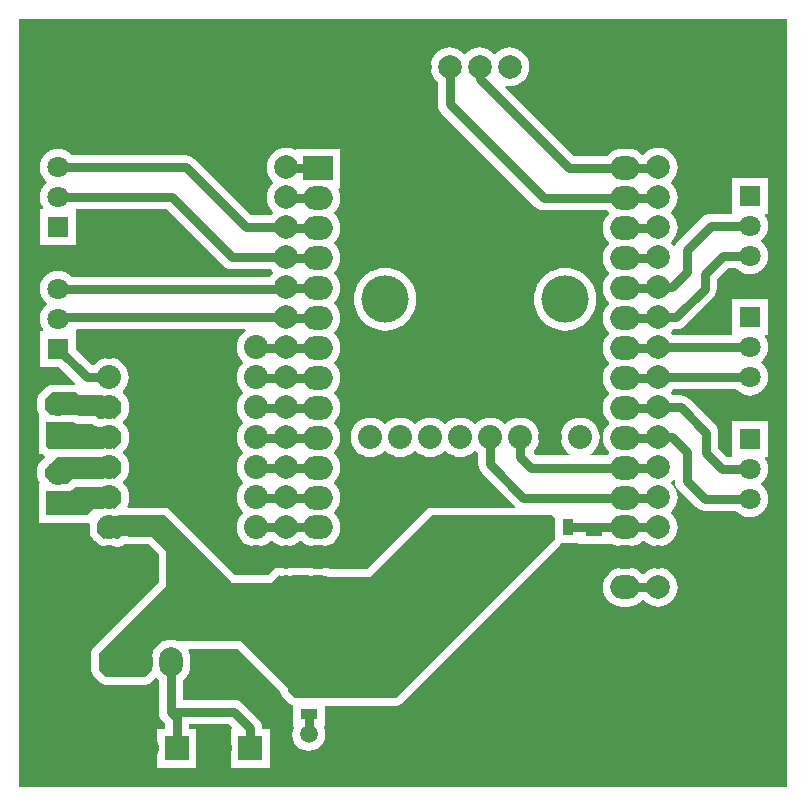
<source format=gbl>
G04*
G04 #@! TF.GenerationSoftware,Altium Limited,Altium Designer,18.1.1 (9)*
G04*
G04 Layer_Physical_Order=2*
G04 Layer_Color=16711680*
%FSLAX44Y44*%
%MOMM*%
G71*
G01*
G75*
%ADD29C,0.7620*%
%ADD30C,2.0320*%
%ADD31C,1.2000*%
%ADD32C,2.0000*%
%ADD33O,2.5000X2.0000*%
%ADD34R,2.5000X2.0000*%
%ADD35O,2.0000X2.5000*%
%ADD36C,1.5000*%
%ADD37C,1.8000*%
%ADD38R,1.8000X1.8000*%
%ADD39R,2.0320X2.0320*%
%ADD40R,2.0320X2.0320*%
%ADD41C,4.0000*%
%ADD42R,1.4500X0.9000*%
%ADD43R,0.9000X1.4500*%
G36*
X650240Y0D02*
X0D01*
Y650240D01*
X650240D01*
Y0D01*
D02*
G37*
%LPC*%
G36*
X415290Y626029D02*
X412085Y625714D01*
X409003Y624779D01*
X406162Y623260D01*
X403673Y621217D01*
X403225Y620672D01*
X401955D01*
X401507Y621217D01*
X399017Y623260D01*
X396177Y624779D01*
X393095Y625714D01*
X389890Y626029D01*
X386685Y625714D01*
X383603Y624779D01*
X380762Y623260D01*
X378273Y621217D01*
X377825Y620672D01*
X376555D01*
X376107Y621217D01*
X373618Y623260D01*
X370777Y624779D01*
X367695Y625714D01*
X364490Y626029D01*
X361285Y625714D01*
X358203Y624779D01*
X355363Y623260D01*
X352873Y621217D01*
X350830Y618727D01*
X349311Y615887D01*
X348377Y612805D01*
X348061Y609600D01*
X348377Y606395D01*
X349311Y603313D01*
X350830Y600472D01*
X352873Y597983D01*
X354242Y596859D01*
Y577850D01*
X354242Y577850D01*
X354591Y575198D01*
X355615Y572726D01*
X357244Y570604D01*
X436764Y491084D01*
X438886Y489455D01*
X441358Y488432D01*
X444010Y488082D01*
X444010Y488082D01*
X497839D01*
X498963Y486713D01*
X499472Y486295D01*
Y485025D01*
X498963Y484607D01*
X496920Y482118D01*
X495401Y479277D01*
X494467Y476195D01*
X494151Y472990D01*
X494467Y469785D01*
X495401Y466703D01*
X496920Y463862D01*
X498963Y461373D01*
X499472Y460955D01*
Y459685D01*
X498963Y459267D01*
X496920Y456778D01*
X495401Y453937D01*
X494467Y450855D01*
X494151Y447650D01*
X494467Y444445D01*
X495401Y441363D01*
X496920Y438522D01*
X498963Y436033D01*
X499472Y435615D01*
Y434345D01*
X498963Y433927D01*
X496920Y431438D01*
X495401Y428597D01*
X494467Y425515D01*
X494151Y422310D01*
X494467Y419105D01*
X495401Y416023D01*
X496920Y413182D01*
X498963Y410693D01*
X499472Y410275D01*
Y409005D01*
X498963Y408587D01*
X496920Y406098D01*
X495401Y403257D01*
X494467Y400175D01*
X494151Y396970D01*
X494467Y393765D01*
X495401Y390683D01*
X496920Y387842D01*
X498963Y385353D01*
X499472Y384935D01*
Y383665D01*
X498963Y383247D01*
X496920Y380758D01*
X495401Y377917D01*
X494467Y374835D01*
X494151Y371630D01*
X494467Y368425D01*
X495401Y365343D01*
X496920Y362503D01*
X498963Y360013D01*
X499472Y359595D01*
Y358325D01*
X498963Y357907D01*
X496920Y355418D01*
X495401Y352577D01*
X494467Y349495D01*
X494151Y346290D01*
X494467Y343085D01*
X495401Y340003D01*
X496920Y337163D01*
X498963Y334673D01*
X499472Y334255D01*
Y332985D01*
X498963Y332567D01*
X496920Y330078D01*
X495401Y327237D01*
X494467Y324155D01*
X494151Y320950D01*
X494467Y317745D01*
X495401Y314663D01*
X496920Y311822D01*
X498963Y309333D01*
X499472Y308915D01*
Y307645D01*
X498963Y307227D01*
X496920Y304738D01*
X495401Y301897D01*
X494467Y298815D01*
X494151Y295610D01*
X494467Y292405D01*
X495401Y289323D01*
X496920Y286483D01*
X498963Y283993D01*
X499472Y283575D01*
Y282305D01*
X498963Y281887D01*
X497839Y280518D01*
X483901D01*
X483583Y281788D01*
X484197Y282116D01*
X486711Y284179D01*
X488774Y286693D01*
X490307Y289561D01*
X491251Y292673D01*
X491570Y295910D01*
X491251Y299146D01*
X490307Y302259D01*
X488774Y305127D01*
X486711Y307641D01*
X484197Y309704D01*
X481329Y311237D01*
X478217Y312181D01*
X474980Y312500D01*
X471744Y312181D01*
X468631Y311237D01*
X465763Y309704D01*
X463249Y307641D01*
X461186Y305127D01*
X459653Y302259D01*
X458709Y299146D01*
X458390Y295910D01*
X458709Y292673D01*
X459653Y289561D01*
X461186Y286693D01*
X463249Y284179D01*
X465763Y282116D01*
X466377Y281788D01*
X466059Y280518D01*
X437555D01*
X435471Y282601D01*
X435534Y283870D01*
X435911Y284179D01*
X437974Y286693D01*
X439507Y289561D01*
X440451Y292673D01*
X440770Y295910D01*
X440451Y299146D01*
X439507Y302259D01*
X437974Y305127D01*
X435911Y307641D01*
X433397Y309704D01*
X430529Y311237D01*
X427416Y312181D01*
X424180Y312500D01*
X420943Y312181D01*
X417831Y311237D01*
X414963Y309704D01*
X412449Y307641D01*
X412115Y307234D01*
X410845D01*
X410511Y307641D01*
X407997Y309704D01*
X405129Y311237D01*
X402016Y312181D01*
X398780Y312500D01*
X395544Y312181D01*
X392431Y311237D01*
X389563Y309704D01*
X387049Y307641D01*
X386715Y307234D01*
X385445D01*
X385111Y307641D01*
X382597Y309704D01*
X379729Y311237D01*
X376617Y312181D01*
X373380Y312500D01*
X370144Y312181D01*
X367031Y311237D01*
X364163Y309704D01*
X361649Y307641D01*
X361315Y307234D01*
X360045D01*
X359711Y307641D01*
X357197Y309704D01*
X354329Y311237D01*
X351217Y312181D01*
X347980Y312500D01*
X344743Y312181D01*
X341631Y311237D01*
X338763Y309704D01*
X336249Y307641D01*
X335915Y307234D01*
X334645D01*
X334311Y307641D01*
X331797Y309704D01*
X328929Y311237D01*
X325816Y312181D01*
X322580Y312500D01*
X319343Y312181D01*
X316231Y311237D01*
X313363Y309704D01*
X310849Y307641D01*
X310515Y307234D01*
X309245D01*
X308911Y307641D01*
X306397Y309704D01*
X303529Y311237D01*
X300417Y312181D01*
X297180Y312500D01*
X293944Y312181D01*
X290831Y311237D01*
X287963Y309704D01*
X285449Y307641D01*
X283386Y305127D01*
X281853Y302259D01*
X280909Y299146D01*
X280590Y295910D01*
X280909Y292673D01*
X281853Y289561D01*
X283386Y286693D01*
X285449Y284179D01*
X287963Y282116D01*
X290831Y280583D01*
X293944Y279639D01*
X297180Y279320D01*
X300417Y279639D01*
X303529Y280583D01*
X306397Y282116D01*
X308911Y284179D01*
X309245Y284586D01*
X310515D01*
X310849Y284179D01*
X313363Y282116D01*
X316231Y280583D01*
X319343Y279639D01*
X322580Y279320D01*
X325816Y279639D01*
X328929Y280583D01*
X331797Y282116D01*
X334311Y284179D01*
X334645Y284586D01*
X335915D01*
X336249Y284179D01*
X338763Y282116D01*
X341631Y280583D01*
X344743Y279639D01*
X347980Y279320D01*
X351217Y279639D01*
X354329Y280583D01*
X357197Y282116D01*
X359711Y284179D01*
X360045Y284586D01*
X361315D01*
X361649Y284179D01*
X364163Y282116D01*
X367031Y280583D01*
X370144Y279639D01*
X373380Y279320D01*
X376617Y279639D01*
X379729Y280583D01*
X382597Y282116D01*
X385111Y284179D01*
X385445Y284586D01*
X386715D01*
X387049Y284179D01*
X388532Y282962D01*
Y273050D01*
X388532Y273050D01*
X388881Y270398D01*
X389905Y267926D01*
X391534Y265804D01*
X419654Y237684D01*
X419832Y237547D01*
X419424Y236344D01*
X349250D01*
X346772Y235852D01*
X344672Y234448D01*
X294498Y184274D01*
X263941D01*
X263754Y184428D01*
X263447Y184521D01*
X263180Y184700D01*
X262247Y184885D01*
X261337Y185161D01*
X261017Y185130D01*
X260702Y185192D01*
X259769Y185007D01*
X259068Y184938D01*
X258785Y185023D01*
X255580Y185339D01*
X250580D01*
X247375Y185023D01*
X247175Y184963D01*
X246177Y185266D01*
X245231Y185359D01*
X244298Y185544D01*
X232145D01*
X231212Y185359D01*
X230265Y185266D01*
X229366Y184993D01*
X229265Y185023D01*
X226060Y185339D01*
X222855Y185023D01*
X222754Y184993D01*
X221855Y185266D01*
X220908Y185359D01*
X219975Y185544D01*
X219710D01*
X219483Y185499D01*
X219341Y185513D01*
X218936Y185390D01*
X217232Y185052D01*
X215132Y183648D01*
X210678Y179194D01*
X183022D01*
X127768Y234448D01*
X125668Y235852D01*
X123190Y236344D01*
X92213D01*
X91535Y237614D01*
X92342Y238822D01*
X92834Y241300D01*
Y248920D01*
X92342Y251398D01*
X90938Y253498D01*
X89191Y255245D01*
X87931Y256781D01*
X87524Y257115D01*
Y258385D01*
X87931Y258719D01*
X89741Y260924D01*
X90938Y262122D01*
X92342Y264222D01*
X92834Y266700D01*
Y274320D01*
X92342Y276798D01*
X90938Y278898D01*
X89191Y280645D01*
X87931Y282181D01*
X87524Y282515D01*
Y283785D01*
X87931Y284119D01*
X89741Y286324D01*
X90938Y287522D01*
X92342Y289622D01*
X92834Y292100D01*
Y299720D01*
X92342Y302198D01*
X90938Y304298D01*
X89191Y306045D01*
X87931Y307581D01*
X87524Y307915D01*
Y309185D01*
X87931Y309519D01*
X89741Y311724D01*
X90938Y312922D01*
X92342Y315022D01*
X92834Y317500D01*
Y325120D01*
X92342Y327598D01*
X90938Y329698D01*
X89191Y331445D01*
X87931Y332981D01*
X87524Y333315D01*
Y334585D01*
X87931Y334919D01*
X89994Y337433D01*
X91527Y340301D01*
X92471Y343414D01*
X92790Y346650D01*
X92471Y349887D01*
X91527Y352999D01*
X89994Y355867D01*
X87931Y358381D01*
X85417Y360444D01*
X82549Y361977D01*
X79436Y362921D01*
X76200Y363240D01*
X72964Y362921D01*
X69851Y361977D01*
X66983Y360444D01*
X64469Y358381D01*
X63252Y356898D01*
X61455D01*
X48370Y369982D01*
Y386190D01*
X48847Y387262D01*
X191483D01*
X191792Y386030D01*
X191443Y385844D01*
X188929Y383781D01*
X186866Y381267D01*
X185333Y378399D01*
X184389Y375286D01*
X184070Y372050D01*
X184389Y368814D01*
X185333Y365701D01*
X186866Y362833D01*
X188929Y360319D01*
X189336Y359985D01*
Y358715D01*
X188929Y358381D01*
X186866Y355867D01*
X185333Y352999D01*
X184389Y349887D01*
X184070Y346650D01*
X184389Y343414D01*
X185333Y340301D01*
X186866Y337433D01*
X188929Y334919D01*
X189336Y334585D01*
Y333315D01*
X188929Y332981D01*
X186866Y330467D01*
X185333Y327599D01*
X184389Y324487D01*
X184070Y321250D01*
X184389Y318013D01*
X185333Y314901D01*
X186866Y312033D01*
X188929Y309519D01*
X189336Y309185D01*
Y307915D01*
X188929Y307581D01*
X186866Y305067D01*
X185333Y302199D01*
X184389Y299086D01*
X184070Y295850D01*
X184389Y292614D01*
X185333Y289501D01*
X186866Y286633D01*
X188929Y284119D01*
X189336Y283785D01*
Y282515D01*
X188929Y282181D01*
X186866Y279667D01*
X185333Y276799D01*
X184389Y273687D01*
X184070Y270450D01*
X184389Y267213D01*
X185333Y264101D01*
X186866Y261233D01*
X188929Y258719D01*
X189336Y258385D01*
Y257115D01*
X188929Y256781D01*
X186866Y254267D01*
X185333Y251399D01*
X184389Y248286D01*
X184070Y245050D01*
X184389Y241814D01*
X185333Y238701D01*
X186866Y235833D01*
X188929Y233319D01*
X189336Y232985D01*
Y231715D01*
X188929Y231381D01*
X186866Y228867D01*
X185333Y225999D01*
X184389Y222887D01*
X184070Y219650D01*
X184389Y216413D01*
X185333Y213301D01*
X186866Y210433D01*
X188929Y207919D01*
X191443Y205856D01*
X194311Y204323D01*
X197423Y203379D01*
X200660Y203060D01*
X203897Y203379D01*
X207009Y204323D01*
X209877Y205856D01*
X212391Y207919D01*
X212853Y208482D01*
X214123D01*
X214443Y208093D01*
X216933Y206050D01*
X219773Y204531D01*
X222855Y203596D01*
X226060Y203281D01*
X229265Y203596D01*
X232347Y204531D01*
X235187Y206050D01*
X237677Y208093D01*
X238382D01*
X239118Y207846D01*
X241453Y205930D01*
X244293Y204412D01*
X247375Y203477D01*
X250580Y203161D01*
X255580D01*
X258785Y203477D01*
X261867Y204412D01*
X264708Y205930D01*
X267197Y207973D01*
X269240Y210462D01*
X270758Y213303D01*
X271693Y216385D01*
X272009Y219590D01*
X271693Y222795D01*
X270758Y225877D01*
X269240Y228718D01*
X267197Y231207D01*
X266688Y231625D01*
Y232895D01*
X267197Y233313D01*
X269240Y235802D01*
X270758Y238643D01*
X271693Y241725D01*
X272009Y244930D01*
X271693Y248135D01*
X270758Y251217D01*
X269240Y254058D01*
X267197Y256547D01*
X266688Y256965D01*
Y258235D01*
X267197Y258653D01*
X269240Y261143D01*
X270758Y263983D01*
X271693Y267065D01*
X272009Y270270D01*
X271693Y273475D01*
X270758Y276557D01*
X269240Y279398D01*
X267197Y281887D01*
X266688Y282305D01*
Y283575D01*
X267197Y283993D01*
X269240Y286483D01*
X270758Y289323D01*
X271693Y292405D01*
X272009Y295610D01*
X271693Y298815D01*
X270758Y301897D01*
X269240Y304738D01*
X267197Y307227D01*
X266688Y307645D01*
Y308915D01*
X267197Y309333D01*
X269240Y311822D01*
X270758Y314663D01*
X271693Y317745D01*
X272009Y320950D01*
X271693Y324155D01*
X270758Y327237D01*
X269240Y330078D01*
X267197Y332567D01*
X266688Y332985D01*
Y334255D01*
X267197Y334673D01*
X269240Y337163D01*
X270758Y340003D01*
X271693Y343085D01*
X272009Y346290D01*
X271693Y349495D01*
X270758Y352577D01*
X269240Y355418D01*
X267197Y357907D01*
X266688Y358325D01*
Y359595D01*
X267197Y360013D01*
X269240Y362503D01*
X270758Y365343D01*
X271693Y368425D01*
X272009Y371630D01*
X271693Y374835D01*
X270758Y377917D01*
X269240Y380758D01*
X267197Y383247D01*
X266688Y383665D01*
Y384935D01*
X267197Y385353D01*
X269240Y387842D01*
X270758Y390683D01*
X271693Y393765D01*
X272009Y396970D01*
X271693Y400175D01*
X270758Y403257D01*
X269240Y406098D01*
X267197Y408587D01*
X266688Y409005D01*
Y410275D01*
X267197Y410693D01*
X269240Y413182D01*
X270758Y416023D01*
X271693Y419105D01*
X272009Y422310D01*
X271693Y425515D01*
X270758Y428597D01*
X269240Y431438D01*
X267197Y433927D01*
X266688Y434345D01*
Y435615D01*
X267197Y436033D01*
X269240Y438522D01*
X270758Y441363D01*
X271693Y444445D01*
X272009Y447650D01*
X271693Y450855D01*
X270758Y453937D01*
X269240Y456778D01*
X267197Y459267D01*
X266688Y459685D01*
Y460955D01*
X267197Y461373D01*
X269240Y463862D01*
X270758Y466703D01*
X271693Y469785D01*
X272009Y472990D01*
X271693Y476195D01*
X270758Y479277D01*
X269240Y482118D01*
X267197Y484607D01*
X266688Y485025D01*
Y486295D01*
X267197Y486713D01*
X269240Y489202D01*
X270758Y492043D01*
X271693Y495125D01*
X272009Y498330D01*
X271693Y501535D01*
X270758Y504617D01*
X269896Y506231D01*
X270549Y507320D01*
X271930D01*
Y540020D01*
X234230D01*
Y539917D01*
X233141Y539264D01*
X232347Y539688D01*
X229265Y540624D01*
X226060Y540939D01*
X222855Y540624D01*
X219773Y539688D01*
X216933Y538170D01*
X214443Y536127D01*
X212400Y533638D01*
X210882Y530797D01*
X209946Y527715D01*
X209631Y524510D01*
X209946Y521305D01*
X210882Y518223D01*
X212400Y515382D01*
X214443Y512893D01*
X214988Y512445D01*
Y511175D01*
X214443Y510727D01*
X212400Y508237D01*
X210882Y505397D01*
X209946Y502315D01*
X209631Y499110D01*
X209946Y495905D01*
X210882Y492823D01*
X212400Y489982D01*
X214443Y487493D01*
X214988Y487045D01*
Y485775D01*
X214443Y485327D01*
X213319Y483958D01*
X196015D01*
X148216Y531756D01*
X146094Y533385D01*
X143622Y534408D01*
X140970Y534758D01*
X140970Y534758D01*
X44467D01*
X43927Y535417D01*
X41589Y537335D01*
X38923Y538760D01*
X36029Y539638D01*
X33020Y539934D01*
X30011Y539638D01*
X27117Y538760D01*
X24451Y537335D01*
X22113Y535417D01*
X20195Y533079D01*
X18770Y530413D01*
X17892Y527519D01*
X17596Y524510D01*
X17892Y521501D01*
X18770Y518607D01*
X20195Y515941D01*
X22113Y513603D01*
X23525Y512445D01*
Y511175D01*
X22113Y510017D01*
X20195Y507679D01*
X18770Y505013D01*
X17892Y502119D01*
X17596Y499110D01*
X17892Y496101D01*
X18770Y493207D01*
X20195Y490541D01*
X20468Y490208D01*
X19925Y489060D01*
X17670D01*
Y458360D01*
X48370D01*
Y488862D01*
X125104D01*
X172903Y441064D01*
X175025Y439435D01*
X177496Y438411D01*
X180149Y438062D01*
X213319D01*
X214443Y436693D01*
X214988Y436245D01*
Y434975D01*
X214443Y434527D01*
X212400Y432038D01*
X212320Y431888D01*
X44467D01*
X43927Y432547D01*
X41589Y434465D01*
X38923Y435890D01*
X36029Y436768D01*
X33020Y437064D01*
X30011Y436768D01*
X27117Y435890D01*
X24451Y434465D01*
X22113Y432547D01*
X20195Y430209D01*
X18770Y427543D01*
X17892Y424649D01*
X17596Y421640D01*
X17892Y418631D01*
X18770Y415737D01*
X20195Y413071D01*
X22113Y410733D01*
X23525Y409575D01*
Y408305D01*
X22113Y407147D01*
X20195Y404809D01*
X18770Y402143D01*
X17892Y399249D01*
X17596Y396240D01*
X17892Y393231D01*
X18770Y390337D01*
X20195Y387671D01*
X20468Y387338D01*
X19925Y386190D01*
X17670D01*
Y355490D01*
X33878D01*
X47613Y341754D01*
X47087Y340484D01*
X27940Y340484D01*
X25462Y339992D01*
X23362Y338588D01*
X17012Y332238D01*
X15608Y330138D01*
X15116Y327660D01*
Y320040D01*
X15608Y317562D01*
X16501Y316226D01*
X16510Y314960D01*
X16510Y314960D01*
X16510Y314960D01*
Y309235D01*
X16386Y308610D01*
Y288290D01*
X16510Y287665D01*
Y281940D01*
X20054D01*
X20822Y281172D01*
X21870Y280472D01*
X22031Y278837D01*
X17012Y273818D01*
X15608Y271718D01*
X15116Y269240D01*
Y262890D01*
X15608Y260412D01*
X17012Y258312D01*
X17610Y257713D01*
X17125Y256540D01*
X16510D01*
Y250815D01*
X16386Y250190D01*
Y229870D01*
X16510Y229245D01*
Y223520D01*
X22235D01*
X22860Y223396D01*
X57150D01*
X58342Y223633D01*
X59566Y222581D01*
Y215900D01*
X60058Y213422D01*
X61462Y211322D01*
X62659Y210124D01*
X64469Y207919D01*
X66674Y206109D01*
X67200Y205583D01*
X67991Y205055D01*
X68726Y204452D01*
X69034Y204359D01*
X69301Y204180D01*
X70234Y203995D01*
X71144Y203718D01*
X71463Y203750D01*
X71778Y203687D01*
X71880Y203708D01*
X72964Y203379D01*
X76200Y203060D01*
X79436Y203379D01*
X80057Y203567D01*
X80669Y203381D01*
X81247Y203325D01*
X81964Y203107D01*
X82284Y203138D01*
X82599Y203076D01*
X83820D01*
X86298Y203568D01*
X88398Y204972D01*
X88576Y205150D01*
X109544D01*
X117986Y196708D01*
X117986Y172862D01*
X62732Y117608D01*
X61328Y115507D01*
X60835Y113030D01*
X60836Y99060D01*
X61328Y96582D01*
X62732Y94482D01*
X65541Y91673D01*
X65853Y91293D01*
X66233Y90981D01*
X69082Y88132D01*
X71182Y86728D01*
X73660Y86236D01*
X106680D01*
X109158Y86728D01*
X111258Y88132D01*
X114107Y90981D01*
X114487Y91293D01*
X114748Y91611D01*
X115039Y91848D01*
X116246Y91789D01*
X116653Y91293D01*
X118022Y90169D01*
Y63500D01*
X118022Y63500D01*
X118371Y60848D01*
X119395Y58376D01*
X121024Y56254D01*
X123102Y54175D01*
Y48970D01*
X116840D01*
Y15950D01*
X149860D01*
Y48970D01*
X143598D01*
Y53252D01*
X177365D01*
X180474Y50143D01*
X179988Y48970D01*
X179070D01*
Y15950D01*
X212090D01*
Y48970D01*
X205828D01*
Y49530D01*
X205478Y52182D01*
X204455Y54654D01*
X202826Y56776D01*
X202826Y56776D01*
X188856Y70746D01*
X186734Y72375D01*
X184262Y73398D01*
X181610Y73748D01*
X181610Y73748D01*
X138518D01*
Y90169D01*
X139887Y91293D01*
X141930Y93783D01*
X143448Y96623D01*
X144383Y99705D01*
X144699Y102910D01*
Y107910D01*
X144383Y111115D01*
X143448Y114197D01*
X142685Y115626D01*
X143338Y116716D01*
X185278D01*
X220891Y81103D01*
X221348Y78802D01*
X222752Y76702D01*
X229102Y70352D01*
X231202Y68948D01*
X231510Y68887D01*
Y51160D01*
X231755D01*
X232461Y50104D01*
X231616Y48066D01*
X231140Y44450D01*
X231616Y40834D01*
X233012Y37465D01*
X235232Y34572D01*
X238125Y32352D01*
X241494Y30956D01*
X245110Y30480D01*
X248726Y30956D01*
X252095Y32352D01*
X254988Y34572D01*
X257208Y37465D01*
X258603Y40834D01*
X259079Y44450D01*
X258603Y48066D01*
X257759Y50104D01*
X258465Y51160D01*
X258710D01*
Y68456D01*
X318770D01*
X321248Y68948D01*
X323348Y70352D01*
X457968Y204972D01*
X458648Y205990D01*
X472860D01*
Y205668D01*
X500060D01*
Y205668D01*
X501146Y206182D01*
X501452Y205930D01*
X504293Y204412D01*
X507375Y203477D01*
X510580Y203161D01*
X515580D01*
X518785Y203477D01*
X521867Y204412D01*
X524707Y205930D01*
X527197Y207973D01*
X527528Y208376D01*
X529171D01*
X529403Y208093D01*
X531893Y206050D01*
X534733Y204531D01*
X537815Y203596D01*
X541020Y203281D01*
X544225Y203596D01*
X547307Y204531D01*
X550148Y206050D01*
X552637Y208093D01*
X554680Y210583D01*
X556199Y213423D01*
X557133Y216505D01*
X557449Y219710D01*
X557133Y222915D01*
X556199Y225997D01*
X554680Y228838D01*
X552637Y231327D01*
X552091Y231775D01*
Y233045D01*
X552637Y233493D01*
X554680Y235982D01*
X556199Y238823D01*
X557133Y241905D01*
X557449Y245110D01*
X557133Y248315D01*
X556199Y251397D01*
X554680Y254237D01*
X552637Y256727D01*
X552091Y257175D01*
Y258445D01*
X552637Y258893D01*
X553632Y260105D01*
X554902Y259651D01*
Y259080D01*
X554902Y259080D01*
X555252Y256428D01*
X556275Y253956D01*
X557904Y251834D01*
X573144Y236594D01*
X575266Y234965D01*
X577738Y233941D01*
X580390Y233592D01*
X607043D01*
X607583Y232933D01*
X609921Y231015D01*
X612587Y229590D01*
X615481Y228712D01*
X618490Y228416D01*
X621499Y228712D01*
X624393Y229590D01*
X627059Y231015D01*
X629397Y232933D01*
X631315Y235271D01*
X632740Y237937D01*
X633618Y240831D01*
X633914Y243840D01*
X633618Y246849D01*
X632740Y249743D01*
X631315Y252409D01*
X629397Y254747D01*
X627985Y255905D01*
Y257175D01*
X629397Y258333D01*
X631315Y260671D01*
X632740Y263337D01*
X633618Y266231D01*
X633914Y269240D01*
X633618Y272249D01*
X632740Y275143D01*
X631315Y277809D01*
X631042Y278142D01*
X631585Y279290D01*
X633840D01*
Y309990D01*
X603140D01*
Y279488D01*
X599635D01*
X591908Y287215D01*
Y299720D01*
X591908Y299720D01*
X591558Y302372D01*
X590535Y304844D01*
X588906Y306966D01*
X588906Y306966D01*
X567316Y328556D01*
X565194Y330185D01*
X562722Y331208D01*
X560070Y331558D01*
X560070Y331558D01*
X553761D01*
X552637Y332927D01*
X552091Y333375D01*
Y334645D01*
X552637Y335093D01*
X553761Y336462D01*
X607043D01*
X607583Y335803D01*
X609921Y333885D01*
X612587Y332460D01*
X615481Y331582D01*
X618490Y331286D01*
X621499Y331582D01*
X624393Y332460D01*
X627059Y333885D01*
X629397Y335803D01*
X631315Y338141D01*
X632740Y340807D01*
X633618Y343701D01*
X633914Y346710D01*
X633618Y349719D01*
X632740Y352613D01*
X631315Y355279D01*
X629397Y357617D01*
X627985Y358775D01*
Y360045D01*
X629397Y361203D01*
X631315Y363541D01*
X632740Y366207D01*
X633618Y369101D01*
X633914Y372110D01*
X633618Y375119D01*
X632740Y378013D01*
X631315Y380679D01*
X631042Y381012D01*
X631585Y382160D01*
X633840D01*
Y412860D01*
X603140D01*
Y382358D01*
X553761D01*
X552637Y383727D01*
X552091Y384175D01*
Y385445D01*
X552637Y385893D01*
X553761Y387262D01*
X556260D01*
X556260Y387262D01*
X558912Y387612D01*
X561384Y388635D01*
X563506Y390264D01*
X587636Y414394D01*
X589265Y416516D01*
X590289Y418988D01*
X590638Y421640D01*
X590638Y421640D01*
Y430095D01*
X599875Y439332D01*
X607043D01*
X607583Y438673D01*
X609921Y436755D01*
X612587Y435330D01*
X615481Y434452D01*
X618490Y434156D01*
X621499Y434452D01*
X624393Y435330D01*
X627059Y436755D01*
X629397Y438673D01*
X631315Y441011D01*
X632740Y443677D01*
X633618Y446571D01*
X633914Y449580D01*
X633618Y452589D01*
X632740Y455483D01*
X631315Y458149D01*
X629397Y460487D01*
X627985Y461645D01*
Y462915D01*
X629397Y464073D01*
X631315Y466411D01*
X632740Y469077D01*
X633618Y471971D01*
X633914Y474980D01*
X633618Y477989D01*
X632740Y480883D01*
X631315Y483549D01*
X631042Y483882D01*
X631585Y485030D01*
X633840D01*
Y515730D01*
X603140D01*
Y485228D01*
X585470D01*
X585470Y485228D01*
X582818Y484879D01*
X580346Y483855D01*
X578224Y482226D01*
X557904Y461906D01*
X556275Y459784D01*
X555645Y458263D01*
X554181Y458046D01*
X552637Y459927D01*
X552091Y460375D01*
Y461645D01*
X552637Y462093D01*
X554680Y464582D01*
X556199Y467423D01*
X557133Y470505D01*
X557449Y473710D01*
X557133Y476915D01*
X556199Y479997D01*
X554680Y482837D01*
X552637Y485327D01*
X552091Y485775D01*
Y487045D01*
X552637Y487493D01*
X554680Y489982D01*
X556199Y492823D01*
X557133Y495905D01*
X557449Y499110D01*
X557133Y502315D01*
X556199Y505397D01*
X554680Y508237D01*
X552637Y510727D01*
X552091Y511175D01*
Y512445D01*
X552637Y512893D01*
X554680Y515382D01*
X556199Y518223D01*
X557133Y521305D01*
X557449Y524510D01*
X557133Y527715D01*
X556199Y530797D01*
X554680Y533638D01*
X552637Y536127D01*
X550148Y538170D01*
X547307Y539688D01*
X544225Y540624D01*
X541020Y540939D01*
X537815Y540624D01*
X534733Y539688D01*
X531893Y538170D01*
X529403Y536127D01*
X528590Y535137D01*
X527320D01*
X527197Y535287D01*
X524707Y537330D01*
X521867Y538849D01*
X518785Y539784D01*
X515580Y540099D01*
X510580D01*
X507375Y539784D01*
X504293Y538849D01*
X501452Y537330D01*
X498963Y535287D01*
X497839Y533918D01*
X469905D01*
X411562Y592260D01*
X412055Y593408D01*
X412137Y593481D01*
X415290Y593171D01*
X418495Y593487D01*
X421577Y594422D01*
X424417Y595940D01*
X426907Y597983D01*
X428950Y600472D01*
X430468Y603313D01*
X431404Y606395D01*
X431719Y609600D01*
X431404Y612805D01*
X430468Y615887D01*
X428950Y618727D01*
X426907Y621217D01*
X424417Y623260D01*
X421577Y624779D01*
X418495Y625714D01*
X415290Y626029D01*
D02*
G37*
G36*
X462280Y439182D02*
X458145Y438856D01*
X454112Y437888D01*
X450280Y436301D01*
X446744Y434133D01*
X443590Y431440D01*
X440896Y428286D01*
X438729Y424750D01*
X437142Y420918D01*
X436174Y416885D01*
X435849Y412750D01*
X436174Y408615D01*
X437142Y404582D01*
X438729Y400750D01*
X440896Y397214D01*
X443590Y394060D01*
X446744Y391367D01*
X450280Y389199D01*
X454112Y387612D01*
X458145Y386644D01*
X462280Y386319D01*
X466415Y386644D01*
X470448Y387612D01*
X474280Y389199D01*
X477816Y391367D01*
X480970Y394060D01*
X483663Y397214D01*
X485831Y400750D01*
X487418Y404582D01*
X488386Y408615D01*
X488712Y412750D01*
X488386Y416885D01*
X487418Y420918D01*
X485831Y424750D01*
X483663Y428286D01*
X480970Y431440D01*
X477816Y434133D01*
X474280Y436301D01*
X470448Y437888D01*
X466415Y438856D01*
X462280Y439182D01*
D02*
G37*
G36*
X309880D02*
X305745Y438856D01*
X301712Y437888D01*
X297880Y436301D01*
X294344Y434133D01*
X291190Y431440D01*
X288496Y428286D01*
X286329Y424750D01*
X284742Y420918D01*
X283774Y416885D01*
X283449Y412750D01*
X283774Y408615D01*
X284742Y404582D01*
X286329Y400750D01*
X288496Y397214D01*
X291190Y394060D01*
X294344Y391367D01*
X297880Y389199D01*
X301712Y387612D01*
X305745Y386644D01*
X309880Y386319D01*
X314015Y386644D01*
X318048Y387612D01*
X321880Y389199D01*
X325416Y391367D01*
X328570Y394060D01*
X331264Y397214D01*
X333431Y400750D01*
X335018Y404582D01*
X335986Y408615D01*
X336311Y412750D01*
X335986Y416885D01*
X335018Y420918D01*
X333431Y424750D01*
X331264Y428286D01*
X328570Y431440D01*
X325416Y434133D01*
X321880Y436301D01*
X318048Y437888D01*
X314015Y438856D01*
X309880Y439182D01*
D02*
G37*
G36*
X541020Y185339D02*
X537815Y185023D01*
X534733Y184088D01*
X531893Y182570D01*
X529403Y180527D01*
X528935Y179957D01*
X527665D01*
X527197Y180527D01*
X524707Y182570D01*
X521867Y184088D01*
X518785Y185023D01*
X515580Y185339D01*
X510580D01*
X507375Y185023D01*
X504293Y184088D01*
X501452Y182570D01*
X498963Y180527D01*
X496920Y178037D01*
X495401Y175197D01*
X494467Y172115D01*
X494151Y168910D01*
X494467Y165705D01*
X495401Y162623D01*
X496920Y159782D01*
X498963Y157293D01*
X501452Y155250D01*
X504293Y153731D01*
X507375Y152796D01*
X510580Y152481D01*
X515580D01*
X518785Y152796D01*
X521867Y153731D01*
X524707Y155250D01*
X527197Y157293D01*
X527665Y157863D01*
X528935D01*
X529403Y157293D01*
X531893Y155250D01*
X534733Y153731D01*
X537815Y152796D01*
X541020Y152481D01*
X544225Y152796D01*
X547307Y153731D01*
X550148Y155250D01*
X552637Y157293D01*
X554680Y159782D01*
X556199Y162623D01*
X557133Y165705D01*
X557449Y168910D01*
X557133Y172115D01*
X556199Y175197D01*
X554680Y178037D01*
X552637Y180527D01*
X550148Y182570D01*
X547307Y184088D01*
X544225Y185023D01*
X541020Y185339D01*
D02*
G37*
%LPD*%
G36*
X48260Y334010D02*
X50800Y331470D01*
X69576D01*
X69851Y331323D01*
X72964Y330379D01*
X76200Y330060D01*
X79436Y330379D01*
X80714Y330766D01*
X86360Y325120D01*
Y317500D01*
X80622Y311762D01*
X79436Y312121D01*
X76200Y312440D01*
X72964Y312121D01*
X69851Y311177D01*
X69801Y311150D01*
X67310D01*
X64770Y313690D01*
X49530D01*
Y314960D01*
X26670D01*
X21590Y320040D01*
Y327660D01*
X27940Y334010D01*
X48260Y334010D01*
D02*
G37*
G36*
X26670Y308486D02*
X26795D01*
X29783Y307579D01*
X33020Y307260D01*
X36256Y307579D01*
X39246Y308486D01*
X45889D01*
X47052Y307708D01*
X49530Y307216D01*
X62088D01*
X62732Y306572D01*
X64832Y305168D01*
X67310Y304676D01*
X69801D01*
X70116Y304738D01*
X70436Y304707D01*
X71154Y304925D01*
X71731Y304981D01*
X72343Y305167D01*
X72964Y304979D01*
X76200Y304660D01*
X79436Y304979D01*
X80520Y305308D01*
X80622Y305287D01*
X80764Y305316D01*
X86360Y299720D01*
Y292100D01*
X80622Y286362D01*
X79436Y286721D01*
X76200Y287040D01*
X72964Y286721D01*
X69851Y285777D01*
X69801Y285750D01*
X25400D01*
X22860Y288290D01*
Y308610D01*
X26045D01*
X26670Y308486D01*
D02*
G37*
G36*
X86360Y274320D02*
Y266700D01*
X80622Y260962D01*
X79436Y261321D01*
X76200Y261640D01*
X72964Y261321D01*
X69851Y260377D01*
X69801Y260350D01*
X44450D01*
X40640Y256540D01*
X27940D01*
X21590Y262890D01*
Y269240D01*
X31626Y279276D01*
X69801D01*
X70116Y279338D01*
X70436Y279307D01*
X71154Y279525D01*
X71731Y279581D01*
X72343Y279767D01*
X72964Y279579D01*
X76200Y279260D01*
X79436Y279579D01*
X80520Y279907D01*
X80622Y279887D01*
X80764Y279916D01*
X86360Y274320D01*
D02*
G37*
G36*
Y248920D02*
Y241300D01*
X80622Y235562D01*
X79436Y235921D01*
X76200Y236240D01*
X72964Y235921D01*
X69851Y234977D01*
X69801Y234950D01*
X62230D01*
X57150Y229870D01*
X22860D01*
Y250190D01*
X26509D01*
X26671Y250103D01*
X29783Y249159D01*
X33020Y248840D01*
X36256Y249159D01*
X39246Y250066D01*
X40640D01*
X41265Y250190D01*
X43180D01*
X44416Y251426D01*
X45218Y251962D01*
X47132Y253876D01*
X69801D01*
X70116Y253938D01*
X70436Y253907D01*
X71154Y254125D01*
X71731Y254181D01*
X72343Y254367D01*
X72964Y254179D01*
X76200Y253860D01*
X79436Y254179D01*
X80520Y254508D01*
X80622Y254487D01*
X80764Y254516D01*
X86360Y248920D01*
D02*
G37*
G36*
X453390Y227330D02*
Y209550D01*
X318770Y74930D01*
X233680D01*
X227330Y81280D01*
Y83820D01*
X187960Y123190D01*
X134223D01*
X131475Y124024D01*
X128270Y124339D01*
X125065Y124024D01*
X122317Y123190D01*
X120650D01*
X118517Y121057D01*
X116653Y119527D01*
X115123Y117663D01*
X113030Y115570D01*
Y113995D01*
X112156Y111115D01*
X111841Y107910D01*
Y102910D01*
X112156Y99705D01*
X112510Y98540D01*
X106680Y92710D01*
X73660D01*
X67310Y99060D01*
X67310Y113030D01*
X124460Y170180D01*
X124460Y199390D01*
X111760Y212090D01*
X86360D01*
X83820Y209550D01*
X82599D01*
X82549Y209577D01*
X79436Y210521D01*
X76200Y210840D01*
X72964Y210521D01*
X71778Y210162D01*
X66040Y215900D01*
Y223520D01*
X71255Y228734D01*
X71731Y228781D01*
X72343Y228967D01*
X72964Y228779D01*
X76200Y228460D01*
X79436Y228779D01*
X80520Y229107D01*
X80622Y229087D01*
X80937Y229150D01*
X81256Y229118D01*
X82166Y229394D01*
X83099Y229580D01*
X83366Y229758D01*
X83674Y229852D01*
X83696Y229870D01*
X123190D01*
X180340Y172720D01*
X213360D01*
X219710Y179070D01*
X219975D01*
X222855Y178197D01*
X226060Y177881D01*
X229265Y178197D01*
X232145Y179070D01*
X244298D01*
X247375Y178137D01*
X250580Y177821D01*
X255580D01*
X258785Y178137D01*
X260702Y178718D01*
X261620Y177800D01*
X297180D01*
X349250Y229870D01*
X450850D01*
X453390Y227330D01*
D02*
G37*
D29*
X35000Y35000D02*
X63650Y6350D01*
X35000Y35000D02*
Y174700D01*
X180149Y448310D02*
X226060D01*
X129349Y499110D02*
X180149Y448310D01*
X33020Y499110D02*
X129349D01*
X191770Y473710D02*
X226060D01*
X140970Y524510D02*
X191770Y473710D01*
X33020Y524510D02*
X140970D01*
X276860Y308610D02*
X359410Y391160D01*
X276860Y279400D02*
Y308610D01*
Y279400D02*
X280670Y275590D01*
X359410Y391160D02*
Y515620D01*
X280670Y190720D02*
Y275590D01*
X339090Y535940D02*
Y609600D01*
Y535940D02*
X359410Y515620D01*
Y398780D02*
X449580Y308610D01*
Y295910D02*
Y308610D01*
X61350Y641350D02*
X339090D01*
X638810Y58810D02*
Y218440D01*
X8890Y551180D02*
Y588890D01*
X61350Y641350D01*
X615000Y35000D02*
X638810Y58810D01*
Y320040D02*
Y424180D01*
Y218440D02*
Y320040D01*
X637540Y321310D02*
X638810Y320040D01*
X618490Y321310D02*
X637540D01*
X638810Y424180D02*
Y591190D01*
X618490Y424180D02*
X638810D01*
X615000Y615000D02*
X638810Y591190D01*
X618490Y218440D02*
X638810D01*
X594360Y194310D02*
X618490Y218440D01*
X541020Y194310D02*
X594360D01*
X339090Y609600D02*
Y641350D01*
X8890Y447040D02*
Y551180D01*
Y219590D02*
Y447040D01*
X33020D01*
X8890Y551180D02*
X10160Y549910D01*
X33020D01*
X54550Y194250D02*
X76200D01*
X34230D02*
X54550D01*
X8890Y219590D02*
X34230Y194250D01*
X200660D02*
X253080D01*
X180340D02*
X200660D01*
X156210Y218380D02*
X180340Y194250D01*
X156210Y218380D02*
Y326390D01*
X110550Y372050D02*
X156210Y326390D01*
X182880Y130810D02*
X220980Y168910D01*
X76200Y372050D02*
X110550D01*
X33020Y370840D02*
X57210Y346650D01*
X76200D01*
X35000Y174700D02*
X54550Y194250D01*
X182880Y130810D02*
Y151130D01*
X118010Y216000D02*
X182880Y151130D01*
X99060Y216000D02*
X118010D01*
X95310Y194250D02*
X99060Y198000D01*
X76200Y194250D02*
X95310D01*
X95410Y219650D02*
X99060Y216000D01*
X76200Y219650D02*
X95410D01*
X71120Y105410D02*
X77470D01*
X220980Y30480D02*
X238760Y12700D01*
X445770Y157828D02*
X486460Y198518D01*
X445770Y116840D02*
Y157828D01*
X335280Y6350D02*
X445770Y116840D01*
X426900Y244930D02*
X513080D01*
X232410Y6350D02*
X335280D01*
X232410D02*
X238760Y12700D01*
X182880Y105410D02*
X220980Y67310D01*
Y30480D02*
Y67310D01*
Y168910D02*
X226060D01*
X182880Y130810D02*
X201930D01*
X245110Y87630D01*
Y80010D02*
Y87630D01*
X107950Y130810D02*
X182880D01*
X102870Y125730D02*
X107950Y130810D01*
X102870Y105410D02*
Y125730D01*
X77470Y105410D02*
X102870D01*
X128270Y63500D02*
X181610D01*
X195580Y49530D01*
Y32460D02*
Y49530D01*
X128270Y63500D02*
Y105410D01*
Y63500D02*
X133350Y58420D01*
Y32460D02*
Y58420D01*
X63650Y6350D02*
X115570D01*
X107950Y13970D02*
Y32460D01*
Y13970D02*
X115570Y6350D01*
X175260D01*
X232410D01*
X170180Y11430D02*
X175260Y6350D01*
X170180Y11430D02*
Y32460D01*
X253080Y168910D02*
X396140D01*
X446820Y219590D01*
X398780Y273050D02*
Y295910D01*
Y273050D02*
X426900Y244930D01*
X424180Y279400D02*
Y295910D01*
Y279400D02*
X433310Y270270D01*
X513080D01*
X595390Y269240D02*
X618490D01*
X581660Y282970D02*
X595390Y269240D01*
X581660Y282970D02*
Y299720D01*
X560070Y321310D02*
X581660Y299720D01*
X541020Y321310D02*
X560070D01*
X580390Y243840D02*
X618490D01*
X565150Y259080D02*
X580390Y243840D01*
X565150Y259080D02*
Y283210D01*
X552450Y295910D02*
X565150Y283210D01*
X541020Y295910D02*
X552450D01*
X541020Y346710D02*
X618490D01*
X541020Y372110D02*
X618490D01*
X580390Y434340D02*
X595630Y449580D01*
X580390Y421640D02*
Y434340D01*
X556260Y397510D02*
X580390Y421640D01*
X541020Y397510D02*
X556260D01*
X541020Y422910D02*
X552450D01*
X565150Y435610D01*
Y454660D01*
X585470Y474980D01*
X595630Y449580D02*
X618490D01*
X585470Y474980D02*
X618490D01*
X364490Y577850D02*
Y609600D01*
Y577850D02*
X444010Y498330D01*
X513080D01*
X389890Y599440D02*
Y609600D01*
Y599440D02*
X465660Y523670D01*
X513080D01*
X540180D02*
X541020Y524510D01*
X513080Y523670D02*
X540180D01*
X540240Y498330D02*
X541020Y499110D01*
X513080Y498330D02*
X540240D01*
X540300Y472990D02*
X541020Y473710D01*
X513080Y472990D02*
X540300D01*
X540360Y447650D02*
X541020Y448310D01*
X513080Y447650D02*
X540360D01*
X540420Y422310D02*
X541020Y422910D01*
X513080Y422310D02*
X540420D01*
X540480Y396970D02*
X541020Y397510D01*
X513080Y396970D02*
X540480D01*
X540540Y371630D02*
X541020Y372110D01*
X513080Y371630D02*
X540540D01*
X540600Y346290D02*
X541020Y346710D01*
X513080Y346290D02*
X540600D01*
X540660Y320950D02*
X541020Y321310D01*
X513080Y320950D02*
X540660D01*
X540720Y295610D02*
X541020Y295910D01*
X513080Y295610D02*
X540720D01*
X540780Y270270D02*
X541020Y270510D01*
X513080Y270270D02*
X540780D01*
X540840Y244930D02*
X541020Y245110D01*
X513080Y244930D02*
X540840D01*
X513080Y219590D02*
X540900D01*
X464820D02*
X513080D01*
X540900D02*
X541020Y219710D01*
X486460Y198518D02*
X490728Y194250D01*
X513080D01*
X540960D02*
X541020Y194310D01*
X513080Y194250D02*
X540960D01*
X513080Y168910D02*
X541020D01*
X245110Y44450D02*
Y62010D01*
X33020Y240030D02*
X38040Y245050D01*
X76200D01*
X33020Y265430D02*
X38040Y270450D01*
X76200D01*
X33020Y298450D02*
X35620Y295850D01*
X76200D01*
X33020Y323850D02*
X35620Y321250D01*
X76200D01*
X226060Y524510D02*
X226900Y523670D01*
X253080D01*
X226060Y499110D02*
X226840Y498330D01*
X253080D01*
X226060Y473710D02*
X226780Y472990D01*
X253080D01*
X226060Y448310D02*
X226720Y447650D01*
X253080D01*
X33020Y421640D02*
X224790D01*
X226060Y422910D01*
X226660Y422310D01*
X253080D01*
X33020Y396240D02*
X34290Y397510D01*
X226060D01*
X226600Y396970D01*
X253080D01*
X201080Y371630D02*
X253080D01*
X200660Y372050D02*
X201080Y371630D01*
X201020Y346290D02*
X253080D01*
X200660Y346650D02*
X201020Y346290D01*
X200960Y320950D02*
X253080D01*
X200660Y321250D02*
X200960Y320950D01*
X200900Y295610D02*
X253080D01*
X200660Y295850D02*
X200900Y295610D01*
X200840Y270270D02*
X253080D01*
X200660Y270450D02*
X200840Y270270D01*
X200780Y244930D02*
X253080D01*
X200660Y245050D02*
X200780Y244930D01*
X200720Y219590D02*
X253080D01*
X200660Y219650D02*
X200720Y219590D01*
X277140Y194250D02*
X280670Y190720D01*
X253080Y194250D02*
X277140D01*
X226060Y168910D02*
X253080D01*
D30*
X297180Y295910D02*
D03*
X322580D02*
D03*
X347980D02*
D03*
X373380D02*
D03*
X398780D02*
D03*
X424180D02*
D03*
X449580D02*
D03*
X474980D02*
D03*
X76200Y372050D02*
D03*
Y346650D02*
D03*
Y321250D02*
D03*
Y295850D02*
D03*
Y270450D02*
D03*
Y245050D02*
D03*
Y219650D02*
D03*
Y194250D02*
D03*
X200660D02*
D03*
Y219650D02*
D03*
Y245050D02*
D03*
Y270450D02*
D03*
Y295850D02*
D03*
Y321250D02*
D03*
Y346650D02*
D03*
Y372050D02*
D03*
X33020Y265430D02*
D03*
Y323850D02*
D03*
X107950Y32460D02*
D03*
X170180D02*
D03*
D31*
X182880Y130810D02*
D03*
Y105410D02*
D03*
D32*
X226060Y524510D02*
D03*
Y499110D02*
D03*
Y473710D02*
D03*
Y448310D02*
D03*
Y422910D02*
D03*
Y397510D02*
D03*
Y372110D02*
D03*
Y346710D02*
D03*
Y321310D02*
D03*
Y295910D02*
D03*
Y270510D02*
D03*
Y245110D02*
D03*
Y219710D02*
D03*
Y194310D02*
D03*
Y168910D02*
D03*
X541020Y524510D02*
D03*
Y499110D02*
D03*
Y473710D02*
D03*
Y448310D02*
D03*
Y422910D02*
D03*
Y397510D02*
D03*
Y372110D02*
D03*
Y346710D02*
D03*
Y321310D02*
D03*
Y295910D02*
D03*
Y270510D02*
D03*
Y245110D02*
D03*
Y219710D02*
D03*
Y194310D02*
D03*
Y168910D02*
D03*
X339090Y609600D02*
D03*
X364490D02*
D03*
X389890D02*
D03*
X415290D02*
D03*
D33*
X513080Y168910D02*
D03*
Y194250D02*
D03*
Y219590D02*
D03*
Y244930D02*
D03*
Y270270D02*
D03*
Y295610D02*
D03*
Y320950D02*
D03*
Y346290D02*
D03*
Y371630D02*
D03*
Y396970D02*
D03*
Y422310D02*
D03*
Y447650D02*
D03*
Y472990D02*
D03*
Y498330D02*
D03*
Y523670D02*
D03*
X253080Y168910D02*
D03*
Y194250D02*
D03*
Y219590D02*
D03*
Y244930D02*
D03*
Y270270D02*
D03*
Y295610D02*
D03*
Y320950D02*
D03*
Y346290D02*
D03*
Y371630D02*
D03*
Y396970D02*
D03*
Y422310D02*
D03*
Y447650D02*
D03*
Y472990D02*
D03*
Y498330D02*
D03*
D34*
Y523670D02*
D03*
D35*
X128270Y105410D02*
D03*
X102870D02*
D03*
X77470D02*
D03*
D36*
X245110Y44450D02*
D03*
Y19050D02*
D03*
D37*
X618490Y424180D02*
D03*
Y474980D02*
D03*
Y449580D02*
D03*
Y321310D02*
D03*
Y372110D02*
D03*
Y346710D02*
D03*
Y218440D02*
D03*
Y269240D02*
D03*
Y243840D02*
D03*
X33020Y447040D02*
D03*
Y396240D02*
D03*
Y421640D02*
D03*
Y549910D02*
D03*
Y499110D02*
D03*
Y524510D02*
D03*
D38*
X618490Y500380D02*
D03*
Y397510D02*
D03*
Y294640D02*
D03*
X33020Y370840D02*
D03*
Y473710D02*
D03*
D39*
Y240030D02*
D03*
Y298450D02*
D03*
D40*
X133350Y32460D02*
D03*
X195580D02*
D03*
D41*
X35000Y35000D02*
D03*
Y615000D02*
D03*
X615000Y35000D02*
D03*
X462280Y412750D02*
D03*
X309880D02*
D03*
X615000Y615000D02*
D03*
D42*
X99060Y216000D02*
D03*
Y198000D02*
D03*
X280670Y190720D02*
D03*
Y172720D02*
D03*
X486460Y198518D02*
D03*
Y216518D02*
D03*
X245110Y62010D02*
D03*
Y80010D02*
D03*
D43*
X464820Y219590D02*
D03*
X446820D02*
D03*
M02*

</source>
